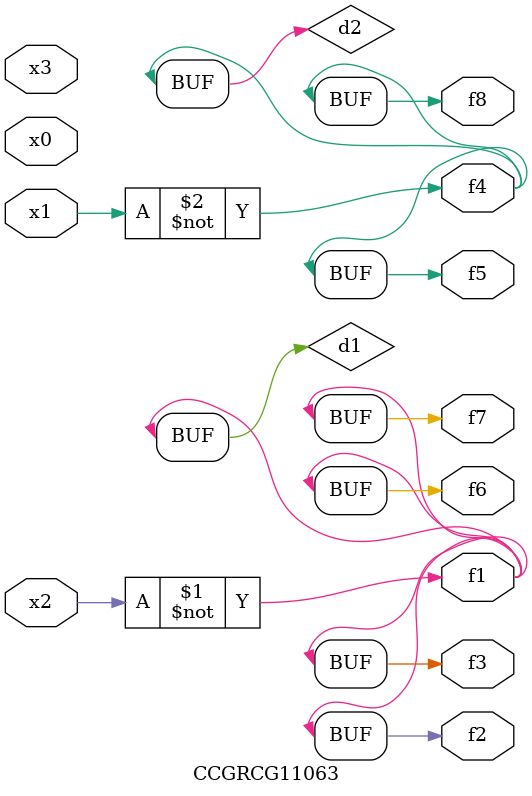
<source format=v>
module CCGRCG11063(
	input x0, x1, x2, x3,
	output f1, f2, f3, f4, f5, f6, f7, f8
);

	wire d1, d2;

	xnor (d1, x2);
	not (d2, x1);
	assign f1 = d1;
	assign f2 = d1;
	assign f3 = d1;
	assign f4 = d2;
	assign f5 = d2;
	assign f6 = d1;
	assign f7 = d1;
	assign f8 = d2;
endmodule

</source>
